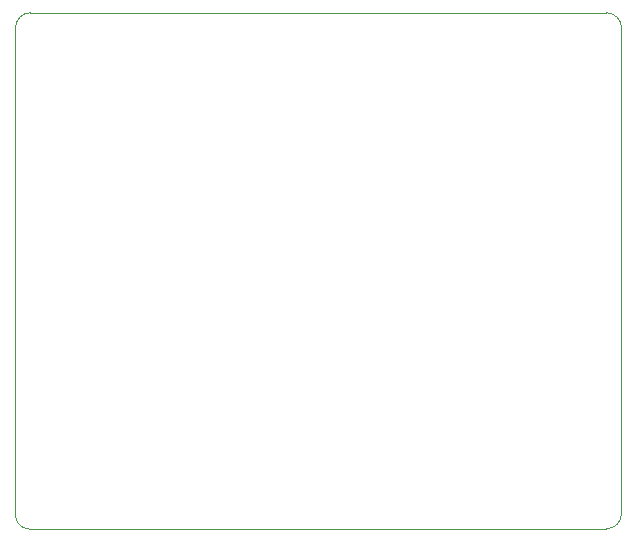
<source format=gbr>
%TF.GenerationSoftware,KiCad,Pcbnew,8.0.3*%
%TF.CreationDate,2024-07-09T21:28:31-04:00*%
%TF.ProjectId,PCB,5043422e-6b69-4636-9164-5f7063625858,rev?*%
%TF.SameCoordinates,Original*%
%TF.FileFunction,Profile,NP*%
%FSLAX46Y46*%
G04 Gerber Fmt 4.6, Leading zero omitted, Abs format (unit mm)*
G04 Created by KiCad (PCBNEW 8.0.3) date 2024-07-09 21:28:31*
%MOMM*%
%LPD*%
G01*
G04 APERTURE LIST*
%TA.AperFunction,Profile*%
%ADD10C,0.050000*%
%TD*%
G04 APERTURE END LIST*
D10*
X42418000Y-41910000D02*
G75*
G02*
X43688000Y-40640000I1270000J0D01*
G01*
X92456000Y-40640000D02*
G75*
G02*
X93726000Y-41910000I0J-1270000D01*
G01*
X93726000Y-83058000D02*
G75*
G02*
X92456000Y-84328000I-1270000J0D01*
G01*
X43561000Y-84328000D02*
G75*
G02*
X42418000Y-83185000I0J1143000D01*
G01*
X92456000Y-40640000D02*
X43688000Y-40640000D01*
X93726000Y-83058000D02*
X93726000Y-41910000D01*
X43561000Y-84328000D02*
X92456000Y-84328000D01*
X42418000Y-41910000D02*
X42418000Y-83185000D01*
M02*

</source>
